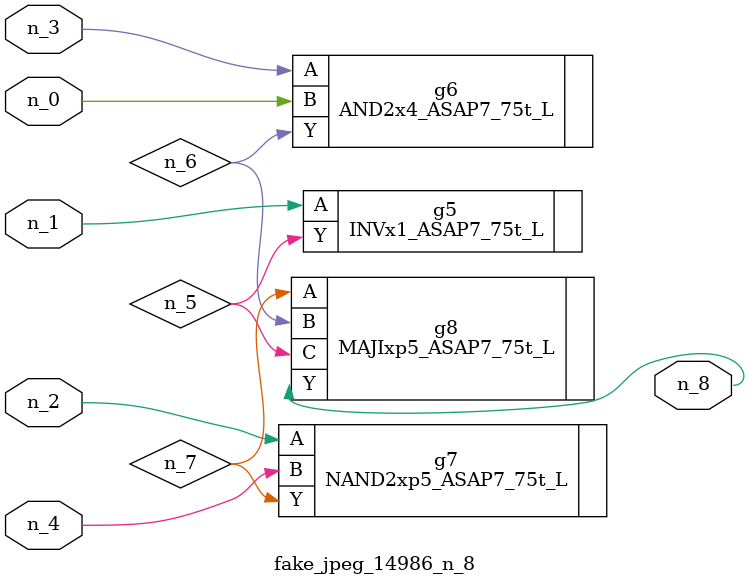
<source format=v>
module fake_jpeg_14986_n_8 (n_3, n_2, n_1, n_0, n_4, n_8);

input n_3;
input n_2;
input n_1;
input n_0;
input n_4;

output n_8;

wire n_6;
wire n_5;
wire n_7;

INVx1_ASAP7_75t_L g5 ( 
.A(n_1),
.Y(n_5)
);

AND2x4_ASAP7_75t_L g6 ( 
.A(n_3),
.B(n_0),
.Y(n_6)
);

NAND2xp5_ASAP7_75t_L g7 ( 
.A(n_2),
.B(n_4),
.Y(n_7)
);

MAJIxp5_ASAP7_75t_L g8 ( 
.A(n_7),
.B(n_6),
.C(n_5),
.Y(n_8)
);


endmodule
</source>
